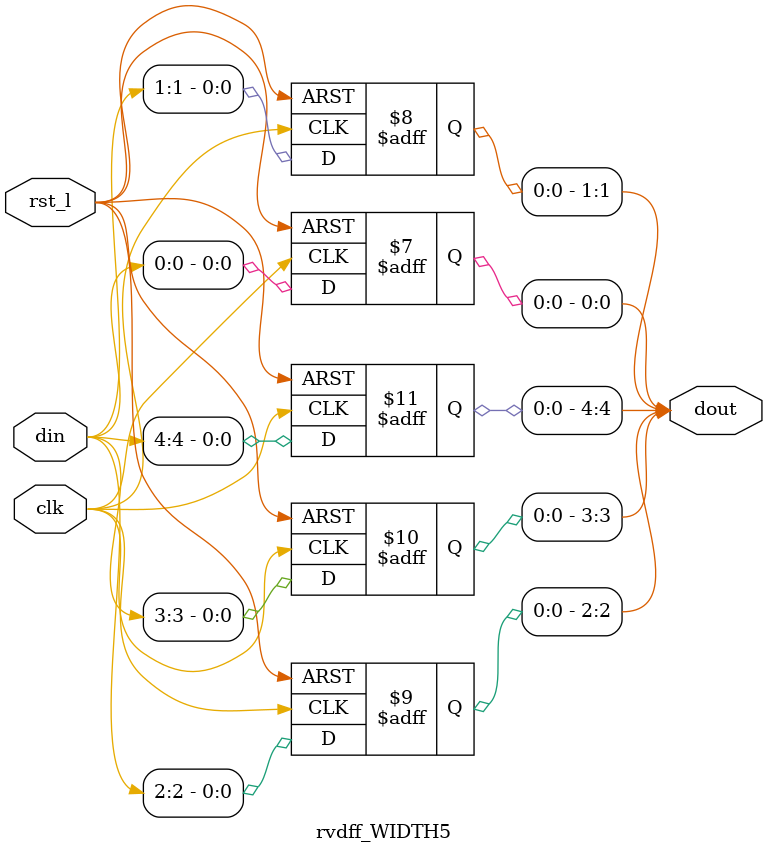
<source format=v>
module rvdff_WIDTH5
(
  din,
  clk,
  rst_l,
  dout
);

  input [4:0] din;
  output [4:0] dout;
  input clk;
  input rst_l;
  wire N0;
  reg [4:0] dout;

  always @(posedge clk or posedge N0) begin
    if(N0) begin
      dout[4] <= 1'b0;
    end else if(1'b1) begin
      dout[4] <= din[4];
    end
  end


  always @(posedge clk or posedge N0) begin
    if(N0) begin
      dout[3] <= 1'b0;
    end else if(1'b1) begin
      dout[3] <= din[3];
    end
  end


  always @(posedge clk or posedge N0) begin
    if(N0) begin
      dout[2] <= 1'b0;
    end else if(1'b1) begin
      dout[2] <= din[2];
    end
  end


  always @(posedge clk or posedge N0) begin
    if(N0) begin
      dout[1] <= 1'b0;
    end else if(1'b1) begin
      dout[1] <= din[1];
    end
  end


  always @(posedge clk or posedge N0) begin
    if(N0) begin
      dout[0] <= 1'b0;
    end else if(1'b1) begin
      dout[0] <= din[0];
    end
  end

  assign N0 = ~rst_l;

endmodule
</source>
